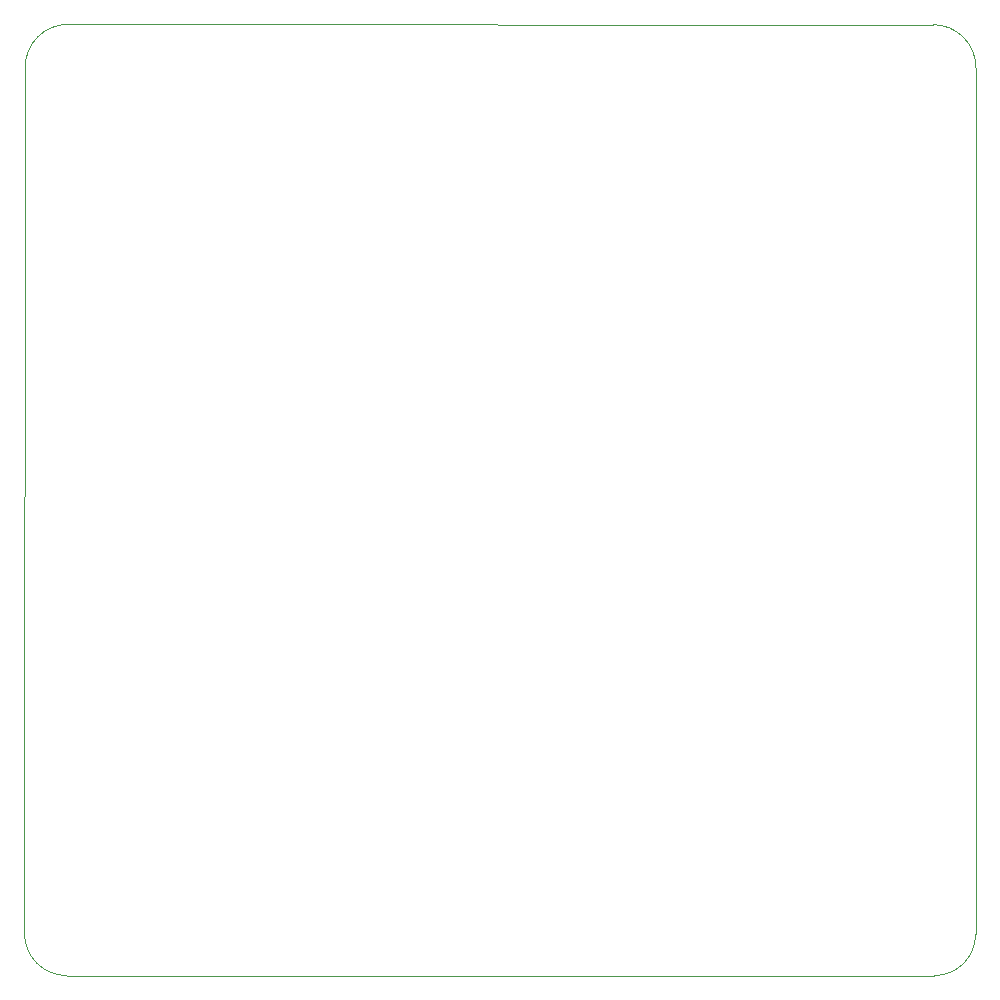
<source format=gbr>
%TF.GenerationSoftware,KiCad,Pcbnew,7.0.8-7.0.8~ubuntu22.04.1*%
%TF.CreationDate,2023-10-06T08:50:00+03:00*%
%TF.ProjectId,Omarich EPS stack V1.5,4f6d6172-6963-4682-9045-505320737461,rev?*%
%TF.SameCoordinates,Original*%
%TF.FileFunction,Profile,NP*%
%FSLAX46Y46*%
G04 Gerber Fmt 4.6, Leading zero omitted, Abs format (unit mm)*
G04 Created by KiCad (PCBNEW 7.0.8-7.0.8~ubuntu22.04.1) date 2023-10-06 08:50:00*
%MOMM*%
%LPD*%
G01*
G04 APERTURE LIST*
%TA.AperFunction,Profile*%
%ADD10C,0.100000*%
%TD*%
G04 APERTURE END LIST*
D10*
X129292821Y-73830768D02*
X129228513Y-147151487D01*
X206272197Y-150742197D02*
X132818513Y-150741487D01*
X209790000Y-73870000D02*
X209762197Y-147252197D01*
X132934059Y-70200838D02*
G75*
G03*
X129292821Y-73830768I-11259J-3629962D01*
G01*
X206272197Y-150742197D02*
G75*
G03*
X209762197Y-147252197I3J3489997D01*
G01*
X129228513Y-147151487D02*
G75*
G03*
X132818513Y-150741487I3589987J-13D01*
G01*
X209789921Y-73870000D02*
G75*
G03*
X206160017Y-70228762I-3630021J11200D01*
G01*
X132934059Y-70200785D02*
X206160017Y-70228762D01*
M02*

</source>
